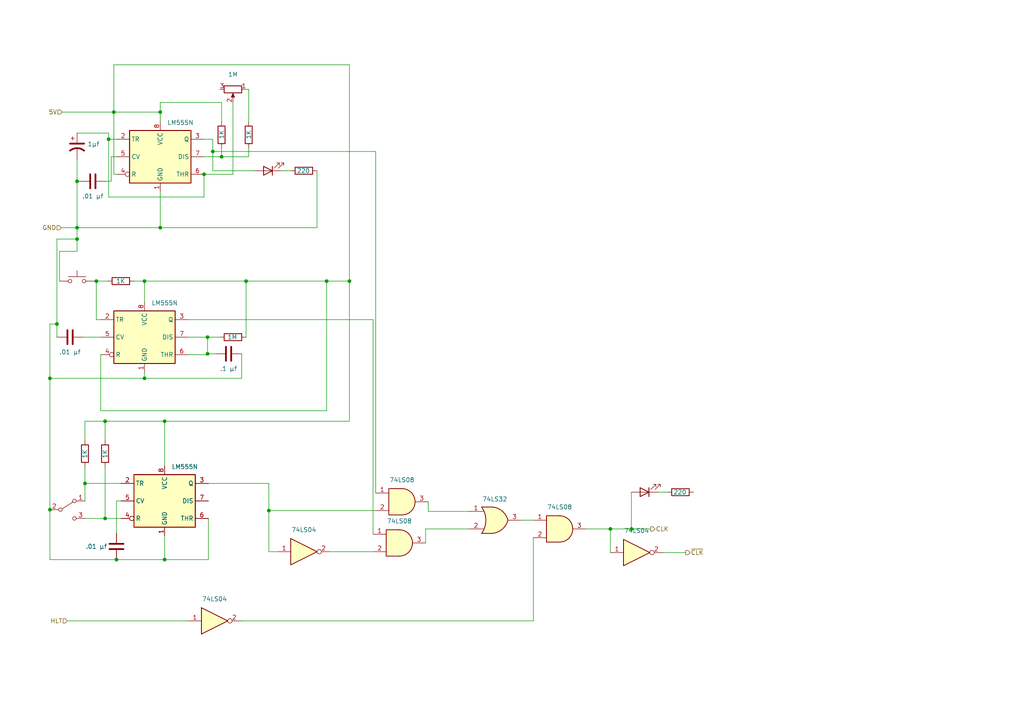
<source format=kicad_sch>
(kicad_sch (version 20211123) (generator eeschema)
  (paper "A4")
  (lib_symbols
    (symbol "74xx:74LS04"
      (property "Reference" "U" (at 0 1.27 0))
      (property "Value" "74LS04" (at 0 -1.27 0))
      (symbol "74LS04_1_0"
        (polyline (pts (xy -3.81 3.81) (xy -3.81 -3.81) (xy 3.81 0) (xy -3.81 3.81)) (stroke (width 0.254)) (fill (type background)))
        (pin input line (at -7.62 0 0) (length 3.81) (name "~") (number "1"))
        (pin output inverted (at 7.62 0 180) (length 3.81) (name "~") (number "2"))
      )
      (symbol "74LS04_2_0"
        (polyline (pts (xy -3.81 3.81) (xy -3.81 -3.81) (xy 3.81 0) (xy -3.81 3.81)) (stroke (width 0.254)) (fill (type background)))
        (pin input line (at -7.62 0 0) (length 3.81) (name "~") (number "3"))
        (pin output inverted (at 7.62 0 180) (length 3.81) (name "~") (number "4"))
      )
      (symbol "74LS04_3_0"
        (polyline (pts (xy -3.81 3.81) (xy -3.81 -3.81) (xy 3.81 0) (xy -3.81 3.81)) (stroke (width 0.254)) (fill (type background)))
        (pin input line (at -7.62 0 0) (length 3.81) (name "~") (number "5"))
        (pin output inverted (at 7.62 0 180) (length 3.81) (name "~") (number "6"))
      )
      (symbol "74LS04_4_0"
        (polyline (pts (xy -3.81 3.81) (xy -3.81 -3.81) (xy 3.81 0) (xy -3.81 3.81)) (stroke (width 0.254)) (fill (type background)))
        (pin output inverted (at 7.62 0 180) (length 3.81) (name "~") (number "8"))
        (pin input line (at -7.62 0 0) (length 3.81) (name "~") (number "9"))
      )
      (symbol "74LS04_5_0"
        (polyline (pts (xy -3.81 3.81) (xy -3.81 -3.81) (xy 3.81 0) (xy -3.81 3.81)) (stroke (width 0.254)) (fill (type background)))
        (pin output inverted (at 7.62 0 180) (length 3.81) (name "~") (number "10"))
        (pin input line (at -7.62 0 0) (length 3.81) (name "~") (number "11"))
      )
      (symbol "74LS04_6_0"
        (polyline (pts (xy -3.81 3.81) (xy -3.81 -3.81) (xy 3.81 0) (xy -3.81 3.81)) (stroke (width 0.254)) (fill (type background)))
        (pin output inverted (at 7.62 0 180) (length 3.81) (name "~") (number "12"))
        (pin input line (at -7.62 0 0) (length 3.81) (name "~") (number "13"))
      )
      (symbol "74LS04_7_0"
        (pin power_in line (at 0 12.7 270) (length 5.08) (name "VCC") (number "14"))
        (pin power_in line (at 0 -12.7 90) (length 5.08) (name "GND") (number "7"))
      )
      (symbol "74LS04_7_1"
        (rectangle (start -5.08 7.62) (end 5.08 -7.62) (stroke (width 0.254)) (fill (type background)))
      )
    )
    (symbol "74xx:74LS08" (pin_names (offset 1.016))
      (property "Reference" "U" (at 0 1.27 0))
      (property "Value" "74LS08" (at 0 -1.27 0))
      (symbol "74LS08_1_1"
        (arc (start 0 -3.81) (mid 3.81 0) (end 0 3.81) (stroke (width 0.254)) (fill (type background)))
        (polyline (pts (xy 0 3.81) (xy -3.81 3.81) (xy -3.81 -3.81) (xy 0 -3.81)) (stroke (width 0.254)) (fill (type background)))
        (pin input line (at -7.62 2.54 0) (length 3.81) (name "~") (number "1"))
        (pin input line (at -7.62 -2.54 0) (length 3.81) (name "~") (number "2"))
        (pin output line (at 7.62 0 180) (length 3.81) (name "~") (number "3"))
      )
      (symbol "74LS08_1_2"
        (arc (start -3.81 -3.81) (mid -2.589 0) (end -3.81 3.81) (stroke (width 0.254)))
        (arc (start -0.6096 -3.81) (mid 2.1855 -2.584) (end 3.81 0) (stroke (width 0.254)) (fill (type background)))
        (polyline (pts (xy -3.81 -3.81) (xy -0.635 -3.81)) (stroke (width 0.254)) (fill (type background)))
        (polyline (pts (xy -3.81 3.81) (xy -0.635 3.81)) (stroke (width 0.254)) (fill (type background)))
        (polyline (pts (xy -0.635 3.81) (xy -3.81 3.81) (xy -3.81 3.81) (xy -3.556 3.4036) (xy -3.0226 2.2606) (xy -2.6924 1.0414) (xy -2.6162 -0.254) (xy -2.7686 -1.4986) (xy -3.175 -2.7178) (xy -3.81 -3.81) (xy -3.81 -3.81) (xy -0.635 -3.81)) (stroke (width -25.4)) (fill (type background)))
        (arc (start 3.81 0) (mid 2.1928 2.5925) (end -0.6096 3.81) (stroke (width 0.254)) (fill (type background)))
        (pin input inverted (at -7.62 2.54 0) (length 4.318) (name "~") (number "1"))
        (pin input inverted (at -7.62 -2.54 0) (length 4.318) (name "~") (number "2"))
        (pin output inverted (at 7.62 0 180) (length 3.81) (name "~") (number "3"))
      )
      (symbol "74LS08_2_1"
        (arc (start 0 -3.81) (mid 3.81 0) (end 0 3.81) (stroke (width 0.254)) (fill (type background)))
        (polyline (pts (xy 0 3.81) (xy -3.81 3.81) (xy -3.81 -3.81) (xy 0 -3.81)) (stroke (width 0.254)) (fill (type background)))
        (pin input line (at -7.62 2.54 0) (length 3.81) (name "~") (number "4"))
        (pin input line (at -7.62 -2.54 0) (length 3.81) (name "~") (number "5"))
        (pin output line (at 7.62 0 180) (length 3.81) (name "~") (number "6"))
      )
      (symbol "74LS08_2_2"
        (arc (start -3.81 -3.81) (mid -2.589 0) (end -3.81 3.81) (stroke (width 0.254)))
        (arc (start -0.6096 -3.81) (mid 2.1855 -2.584) (end 3.81 0) (stroke (width 0.254)) (fill (type background)))
        (polyline (pts (xy -3.81 -3.81) (xy -0.635 -3.81)) (stroke (width 0.254)) (fill (type background)))
        (polyline (pts (xy -3.81 3.81) (xy -0.635 3.81)) (stroke (width 0.254)) (fill (type background)))
        (polyline (pts (xy -0.635 3.81) (xy -3.81 3.81) (xy -3.81 3.81) (xy -3.556 3.4036) (xy -3.0226 2.2606) (xy -2.6924 1.0414) (xy -2.6162 -0.254) (xy -2.7686 -1.4986) (xy -3.175 -2.7178) (xy -3.81 -3.81) (xy -3.81 -3.81) (xy -0.635 -3.81)) (stroke (width -25.4)) (fill (type background)))
        (arc (start 3.81 0) (mid 2.1928 2.5925) (end -0.6096 3.81) (stroke (width 0.254)) (fill (type background)))
        (pin input inverted (at -7.62 2.54 0) (length 4.318) (name "~") (number "4"))
        (pin input inverted (at -7.62 -2.54 0) (length 4.318) (name "~") (number "5"))
        (pin output inverted (at 7.62 0 180) (length 3.81) (name "~") (number "6"))
      )
      (symbol "74LS08_3_1"
        (arc (start 0 -3.81) (mid 3.81 0) (end 0 3.81) (stroke (width 0.254)) (fill (type background)))
        (polyline (pts (xy 0 3.81) (xy -3.81 3.81) (xy -3.81 -3.81) (xy 0 -3.81)) (stroke (width 0.254)) (fill (type background)))
        (pin input line (at -7.62 -2.54 0) (length 3.81) (name "~") (number "10"))
        (pin output line (at 7.62 0 180) (length 3.81) (name "~") (number "8"))
        (pin input line (at -7.62 2.54 0) (length 3.81) (name "~") (number "9"))
      )
      (symbol "74LS08_3_2"
        (arc (start -3.81 -3.81) (mid -2.589 0) (end -3.81 3.81) (stroke (width 0.254)))
        (arc (start -0.6096 -3.81) (mid 2.1855 -2.584) (end 3.81 0) (stroke (width 0.254)) (fill (type background)))
        (polyline (pts (xy -3.81 -3.81) (xy -0.635 -3.81)) (stroke (width 0.254)) (fill (type background)))
        (polyline (pts (xy -3.81 3.81) (xy -0.635 3.81)) (stroke (width 0.254)) (fill (type background)))
        (polyline (pts (xy -0.635 3.81) (xy -3.81 3.81) (xy -3.81 3.81) (xy -3.556 3.4036) (xy -3.0226 2.2606) (xy -2.6924 1.0414) (xy -2.6162 -0.254) (xy -2.7686 -1.4986) (xy -3.175 -2.7178) (xy -3.81 -3.81) (xy -3.81 -3.81) (xy -0.635 -3.81)) (stroke (width -25.4)) (fill (type background)))
        (arc (start 3.81 0) (mid 2.1928 2.5925) (end -0.6096 3.81) (stroke (width 0.254)) (fill (type background)))
        (pin input inverted (at -7.62 -2.54 0) (length 4.318) (name "~") (number "10"))
        (pin output inverted (at 7.62 0 180) (length 3.81) (name "~") (number "8"))
        (pin input inverted (at -7.62 2.54 0) (length 4.318) (name "~") (number "9"))
      )
      (symbol "74LS08_4_1"
        (arc (start 0 -3.81) (mid 3.81 0) (end 0 3.81) (stroke (width 0.254)) (fill (type background)))
        (polyline (pts (xy 0 3.81) (xy -3.81 3.81) (xy -3.81 -3.81) (xy 0 -3.81)) (stroke (width 0.254)) (fill (type background)))
        (pin output line (at 7.62 0 180) (length 3.81) (name "~") (number "11"))
        (pin input line (at -7.62 2.54 0) (length 3.81) (name "~") (number "12"))
        (pin input line (at -7.62 -2.54 0) (length 3.81) (name "~") (number "13"))
      )
      (symbol "74LS08_4_2"
        (arc (start -3.81 -3.81) (mid -2.589 0) (end -3.81 3.81) (stroke (width 0.254)))
        (arc (start -0.6096 -3.81) (mid 2.1855 -2.584) (end 3.81 0) (stroke (width 0.254)) (fill (type background)))
        (polyline (pts (xy -3.81 -3.81) (xy -0.635 -3.81)) (stroke (width 0.254)) (fill (type background)))
        (polyline (pts (xy -3.81 3.81) (xy -0.635 3.81)) (stroke (width 0.254)) (fill (type background)))
        (polyline (pts (xy -0.635 3.81) (xy -3.81 3.81) (xy -3.81 3.81) (xy -3.556 3.4036) (xy -3.0226 2.2606) (xy -2.6924 1.0414) (xy -2.6162 -0.254) (xy -2.7686 -1.4986) (xy -3.175 -2.7178) (xy -3.81 -3.81) (xy -3.81 -3.81) (xy -0.635 -3.81)) (stroke (width -25.4)) (fill (type background)))
        (arc (start 3.81 0) (mid 2.1928 2.5925) (end -0.6096 3.81) (stroke (width 0.254)) (fill (type background)))
        (pin output inverted (at 7.62 0 180) (length 3.81) (name "~") (number "11"))
        (pin input inverted (at -7.62 2.54 0) (length 4.318) (name "~") (number "12"))
        (pin input inverted (at -7.62 -2.54 0) (length 4.318) (name "~") (number "13"))
      )
      (symbol "74LS08_5_0"
        (pin power_in line (at 0 12.7 270) (length 5.08) (name "VCC") (number "14"))
        (pin power_in line (at 0 -12.7 90) (length 5.08) (name "GND") (number "7"))
      )
      (symbol "74LS08_5_1"
        (rectangle (start -5.08 7.62) (end 5.08 -7.62) (stroke (width 0.254)) (fill (type background)))
      )
    )
    (symbol "74xx:74LS32" (pin_names (offset 1.016))
      (property "Reference" "U" (at 0 1.27 0))
      (property "Value" "74LS32" (at 0 -1.27 0))
      (symbol "74LS32_1_1"
        (arc (start -3.81 -3.81) (mid -2.589 0) (end -3.81 3.81) (stroke (width 0.254)))
        (arc (start -0.6096 -3.81) (mid 2.1855 -2.584) (end 3.81 0) (stroke (width 0.254)) (fill (type background)))
        (polyline (pts (xy -3.81 -3.81) (xy -0.635 -3.81)) (stroke (width 0.254)) (fill (type background)))
        (polyline (pts (xy -3.81 3.81) (xy -0.635 3.81)) (stroke (width 0.254)) (fill (type background)))
        (polyline (pts (xy -0.635 3.81) (xy -3.81 3.81) (xy -3.81 3.81) (xy -3.556 3.4036) (xy -3.0226 2.2606) (xy -2.6924 1.0414) (xy -2.6162 -0.254) (xy -2.7686 -1.4986) (xy -3.175 -2.7178) (xy -3.81 -3.81) (xy -3.81 -3.81) (xy -0.635 -3.81)) (stroke (width -25.4)) (fill (type background)))
        (arc (start 3.81 0) (mid 2.1928 2.5925) (end -0.6096 3.81) (stroke (width 0.254)) (fill (type background)))
        (pin input line (at -7.62 2.54 0) (length 4.318) (name "~") (number "1"))
        (pin input line (at -7.62 -2.54 0) (length 4.318) (name "~") (number "2"))
        (pin output line (at 7.62 0 180) (length 3.81) (name "~") (number "3"))
      )
      (symbol "74LS32_1_2"
        (arc (start 0 -3.81) (mid 3.81 0) (end 0 3.81) (stroke (width 0.254)) (fill (type background)))
        (polyline (pts (xy 0 3.81) (xy -3.81 3.81) (xy -3.81 -3.81) (xy 0 -3.81)) (stroke (width 0.254)) (fill (type background)))
        (pin input inverted (at -7.62 2.54 0) (length 3.81) (name "~") (number "1"))
        (pin input inverted (at -7.62 -2.54 0) (length 3.81) (name "~") (number "2"))
        (pin output inverted (at 7.62 0 180) (length 3.81) (name "~") (number "3"))
      )
      (symbol "74LS32_2_1"
        (arc (start -3.81 -3.81) (mid -2.589 0) (end -3.81 3.81) (stroke (width 0.254)))
        (arc (start -0.6096 -3.81) (mid 2.1855 -2.584) (end 3.81 0) (stroke (width 0.254)) (fill (type background)))
        (polyline (pts (xy -3.81 -3.81) (xy -0.635 -3.81)) (stroke (width 0.254)) (fill (type background)))
        (polyline (pts (xy -3.81 3.81) (xy -0.635 3.81)) (stroke (width 0.254)) (fill (type background)))
        (polyline (pts (xy -0.635 3.81) (xy -3.81 3.81) (xy -3.81 3.81) (xy -3.556 3.4036) (xy -3.0226 2.2606) (xy -2.6924 1.0414) (xy -2.6162 -0.254) (xy -2.7686 -1.4986) (xy -3.175 -2.7178) (xy -3.81 -3.81) (xy -3.81 -3.81) (xy -0.635 -3.81)) (stroke (width -25.4)) (fill (type background)))
        (arc (start 3.81 0) (mid 2.1928 2.5925) (end -0.6096 3.81) (stroke (width 0.254)) (fill (type background)))
        (pin input line (at -7.62 2.54 0) (length 4.318) (name "~") (number "4"))
        (pin input line (at -7.62 -2.54 0) (length 4.318) (name "~") (number "5"))
        (pin output line (at 7.62 0 180) (length 3.81) (name "~") (number "6"))
      )
      (symbol "74LS32_2_2"
        (arc (start 0 -3.81) (mid 3.81 0) (end 0 3.81) (stroke (width 0.254)) (fill (type background)))
        (polyline (pts (xy 0 3.81) (xy -3.81 3.81) (xy -3.81 -3.81) (xy 0 -3.81)) (stroke (width 0.254)) (fill (type background)))
        (pin input inverted (at -7.62 2.54 0) (length 3.81) (name "~") (number "4"))
        (pin input inverted (at -7.62 -2.54 0) (length 3.81) (name "~") (number "5"))
        (pin output inverted (at 7.62 0 180) (length 3.81) (name "~") (number "6"))
      )
      (symbol "74LS32_3_1"
        (arc (start -3.81 -3.81) (mid -2.589 0) (end -3.81 3.81) (stroke (width 0.254)))
        (arc (start -0.6096 -3.81) (mid 2.1855 -2.584) (end 3.81 0) (stroke (width 0.254)) (fill (type background)))
        (polyline (pts (xy -3.81 -3.81) (xy -0.635 -3.81)) (stroke (width 0.254)) (fill (type background)))
        (polyline (pts (xy -3.81 3.81) (xy -0.635 3.81)) (stroke (width 0.254)) (fill (type background)))
        (polyline (pts (xy -0.635 3.81) (xy -3.81 3.81) (xy -3.81 3.81) (xy -3.556 3.4036) (xy -3.0226 2.2606) (xy -2.6924 1.0414) (xy -2.6162 -0.254) (xy -2.7686 -1.4986) (xy -3.175 -2.7178) (xy -3.81 -3.81) (xy -3.81 -3.81) (xy -0.635 -3.81)) (stroke (width -25.4)) (fill (type background)))
        (arc (start 3.81 0) (mid 2.1928 2.5925) (end -0.6096 3.81) (stroke (width 0.254)) (fill (type background)))
        (pin input line (at -7.62 -2.54 0) (length 4.318) (name "~") (number "10"))
        (pin output line (at 7.62 0 180) (length 3.81) (name "~") (number "8"))
        (pin input line (at -7.62 2.54 0) (length 4.318) (name "~") (number "9"))
      )
      (symbol "74LS32_3_2"
        (arc (start 0 -3.81) (mid 3.81 0) (end 0 3.81) (stroke (width 0.254)) (fill (type background)))
        (polyline (pts (xy 0 3.81) (xy -3.81 3.81) (xy -3.81 -3.81) (xy 0 -3.81)) (stroke (width 0.254)) (fill (type background)))
        (pin input inverted (at -7.62 -2.54 0) (length 3.81) (name "~") (number "10"))
        (pin output inverted (at 7.62 0 180) (length 3.81) (name "~") (number "8"))
        (pin input inverted (at -7.62 2.54 0) (length 3.81) (name "~") (number "9"))
      )
      (symbol "74LS32_4_1"
        (arc (start -3.81 -3.81) (mid -2.589 0) (end -3.81 3.81) (stroke (width 0.254)))
        (arc (start -0.6096 -3.81) (mid 2.1855 -2.584) (end 3.81 0) (stroke (width 0.254)) (fill (type background)))
        (polyline (pts (xy -3.81 -3.81) (xy -0.635 -3.81)) (stroke (width 0.254)) (fill (type background)))
        (polyline (pts (xy -3.81 3.81) (xy -0.635 3.81)) (stroke (width 0.254)) (fill (type background)))
        (polyline (pts (xy -0.635 3.81) (xy -3.81 3.81) (xy -3.81 3.81) (xy -3.556 3.4036) (xy -3.0226 2.2606) (xy -2.6924 1.0414) (xy -2.6162 -0.254) (xy -2.7686 -1.4986) (xy -3.175 -2.7178) (xy -3.81 -3.81) (xy -3.81 -3.81) (xy -0.635 -3.81)) (stroke (width -25.4)) (fill (type background)))
        (arc (start 3.81 0) (mid 2.1928 2.5925) (end -0.6096 3.81) (stroke (width 0.254)) (fill (type background)))
        (pin output line (at 7.62 0 180) (length 3.81) (name "~") (number "11"))
        (pin input line (at -7.62 2.54 0) (length 4.318) (name "~") (number "12"))
        (pin input line (at -7.62 -2.54 0) (length 4.318) (name "~") (number "13"))
      )
      (symbol "74LS32_4_2"
        (arc (start 0 -3.81) (mid 3.81 0) (end 0 3.81) (stroke (width 0.254)) (fill (type background)))
        (polyline (pts (xy 0 3.81) (xy -3.81 3.81) (xy -3.81 -3.81) (xy 0 -3.81)) (stroke (width 0.254)) (fill (type background)))
        (pin output inverted (at 7.62 0 180) (length 3.81) (name "~") (number "11"))
        (pin input inverted (at -7.62 2.54 0) (length 3.81) (name "~") (number "12"))
        (pin input inverted (at -7.62 -2.54 0) (length 3.81) (name "~") (number "13"))
      )
      (symbol "74LS32_5_0"
        (pin power_in line (at 0 12.7 270) (length 5.08) (name "VCC") (number "14"))
        (pin power_in line (at 0 -12.7 90) (length 5.08) (name "GND") (number "7"))
      )
      (symbol "74LS32_5_1"
        (rectangle (start -5.08 7.62) (end 5.08 -7.62) (stroke (width 0.254)) (fill (type background)))
      )
    )
    (symbol "Device:C" (pin_numbers hide) (pin_names (offset 0.254))
      (property "Reference" "C" (at 0.635 2.54 0))
      (property "Value" "C" (at 0.635 -2.54 0))
      (symbol "C_0_1"
        (polyline (pts (xy -2.032 -0.762) (xy 2.032 -0.762)) (stroke (width 0.508)))
        (polyline (pts (xy -2.032 0.762) (xy 2.032 0.762)) (stroke (width 0.508)))
      )
      (symbol "C_1_1"
        (pin passive line (at 0 3.81 270) (length 2.794) (name "~") (number "1"))
        (pin passive line (at 0 -3.81 90) (length 2.794) (name "~") (number "2"))
      )
    )
    (symbol "Device:C_Polarized_US" (pin_numbers hide) (pin_names (offset 0.254) hide)
      (property "Reference" "C" (at 0.635 2.54 0))
      (property "Value" "C_Polarized_US" (at 0.635 -2.54 0))
      (symbol "C_Polarized_US_0_1"
        (polyline (pts (xy -2.032 0.762) (xy 2.032 0.762)) (stroke (width 0.508)))
        (polyline (pts (xy -1.778 2.286) (xy -0.762 2.286)))
        (polyline (pts (xy -1.27 1.778) (xy -1.27 2.794)))
        (arc (start 2.032 -1.27) (mid 0 -0.5572) (end -2.032 -1.27) (stroke (width 0.508)))
      )
      (symbol "C_Polarized_US_1_1"
        (pin passive line (at 0 3.81 270) (length 2.794) (name "~") (number "1"))
        (pin passive line (at 0 -3.81 90) (length 3.302) (name "~") (number "2"))
      )
    )
    (symbol "Device:LED" (pin_numbers hide) (pin_names (offset 1.016) hide)
      (property "Reference" "D" (at 0 2.54 0))
      (property "Value" "LED" (at 0 -2.54 0))
      (symbol "LED_0_1"
        (polyline (pts (xy -1.27 -1.27) (xy -1.27 1.27)) (stroke (width 0.254)))
        (polyline (pts (xy -1.27 0) (xy 1.27 0)))
        (polyline (pts (xy 1.27 -1.27) (xy 1.27 1.27) (xy -1.27 0) (xy 1.27 -1.27)) (stroke (width 0.254)))
        (polyline (pts (xy -3.048 -0.762) (xy -4.572 -2.286) (xy -3.81 -2.286) (xy -4.572 -2.286) (xy -4.572 -1.524)))
        (polyline (pts (xy -1.778 -0.762) (xy -3.302 -2.286) (xy -2.54 -2.286) (xy -3.302 -2.286) (xy -3.302 -1.524)))
      )
      (symbol "LED_1_1"
        (pin passive line (at -3.81 0 0) (length 2.54) (name "K") (number "1"))
        (pin passive line (at 3.81 0 180) (length 2.54) (name "A") (number "2"))
      )
    )
    (symbol "Device:R" (pin_numbers hide) (pin_names (offset 0))
      (property "Reference" "R" (at 2.032 0 90))
      (property "Value" "R" (at 0 0 90))
      (symbol "R_0_1"
        (rectangle (start -1.016 -2.54) (end 1.016 2.54) (stroke (width 0.254)))
      )
      (symbol "R_1_1"
        (pin passive line (at 0 3.81 270) (length 1.27) (name "~") (number "1"))
        (pin passive line (at 0 -3.81 90) (length 1.27) (name "~") (number "2"))
      )
    )
    (symbol "Device:R_Potentiometer" (pin_names (offset 1.016) hide)
      (property "Reference" "RV" (at -4.445 0 90))
      (property "Value" "R_Potentiometer" (at -2.54 0 90))
      (symbol "R_Potentiometer_0_1"
        (polyline (pts (xy 2.54 0) (xy 1.524 0)))
        (polyline (pts (xy 1.143 0) (xy 2.286 0.508) (xy 2.286 -0.508) (xy 1.143 0)) (fill (type outline)))
        (rectangle (start 1.016 2.54) (end -1.016 -2.54) (stroke (width 0.254)))
      )
      (symbol "R_Potentiometer_1_1"
        (pin passive line (at 0 3.81 270) (length 1.27) (name "1") (number "1"))
        (pin passive line (at 3.81 0 180) (length 1.27) (name "2") (number "2"))
        (pin passive line (at 0 -3.81 90) (length 1.27) (name "3") (number "3"))
      )
    )
    (symbol "Switch:SW_DPDT_x2" (pin_names (offset 0) hide)
      (property "Reference" "SW" (at 0 4.318 0))
      (property "Value" "SW_DPDT_x2" (at 0 -5.08 0))
      (symbol "SW_DPDT_x2_0_0"
        (circle (center -2.032 0) (radius 0.508))
        (circle (center 2.032 -2.54) (radius 0.508))
      )
      (symbol "SW_DPDT_x2_0_1"
        (polyline (pts (xy -1.524 0.254) (xy 1.651 2.286)))
        (circle (center 2.032 2.54) (radius 0.508))
      )
      (symbol "SW_DPDT_x2_1_1"
        (pin passive line (at 5.08 2.54 180) (length 2.54) (name "A") (number "1"))
        (pin passive line (at -5.08 0 0) (length 2.54) (name "B") (number "2"))
        (pin passive line (at 5.08 -2.54 180) (length 2.54) (name "C") (number "3"))
      )
      (symbol "SW_DPDT_x2_2_1"
        (pin passive line (at 5.08 2.54 180) (length 2.54) (name "A") (number "4"))
        (pin passive line (at -5.08 0 0) (length 2.54) (name "B") (number "5"))
        (pin passive line (at 5.08 -2.54 180) (length 2.54) (name "C") (number "6"))
      )
    )
    (symbol "Switch:SW_Push" (pin_numbers hide) (pin_names (offset 1.016) hide)
      (property "Reference" "SW" (at 1.27 2.54 0))
      (property "Value" "SW_Push" (at 0 -1.524 0))
      (symbol "SW_Push_0_1"
        (circle (center -2.032 0) (radius 0.508))
        (polyline (pts (xy 0 1.27) (xy 0 3.048)))
        (polyline (pts (xy 2.54 1.27) (xy -2.54 1.27)))
        (circle (center 2.032 0) (radius 0.508))
        (pin passive line (at -5.08 0 0) (length 2.54) (name "1") (number "1"))
        (pin passive line (at 5.08 0 180) (length 2.54) (name "2") (number "2"))
      )
    )
    (symbol "Timer:LM555xN"
      (property "Reference" "U" (at -10.16 8.89 0))
      (property "Value" "LM555xN" (at 2.54 8.89 0))
      (symbol "LM555xN_0_0"
        (pin power_in line (at 0 -10.16 90) (length 2.54) (name "GND") (number "1"))
        (pin power_in line (at 0 10.16 270) (length 2.54) (name "VCC") (number "8"))
      )
      (symbol "LM555xN_0_1"
        (rectangle (start -8.89 -7.62) (end 8.89 7.62) (stroke (width 0.254)) (fill (type background)))
        (rectangle (start -8.89 -7.62) (end 8.89 7.62) (stroke (width 0.254)) (fill (type background)))
      )
      (symbol "LM555xN_1_1"
        (pin input line (at -12.7 5.08 0) (length 3.81) (name "TR") (number "2"))
        (pin output line (at 12.7 5.08 180) (length 3.81) (name "Q") (number "3"))
        (pin input inverted (at -12.7 -5.08 0) (length 3.81) (name "R") (number "4"))
        (pin input line (at -12.7 0 0) (length 3.81) (name "CV") (number "5"))
        (pin input line (at 12.7 -5.08 180) (length 3.81) (name "THR") (number "6"))
        (pin input line (at 12.7 0 180) (length 3.81) (name "DIS") (number "7"))
      )
    )
  )
  (junction (at 41.91 81.534))
  (junction (at 16.51 93.98))
  (junction (at 47.752 122.174))
  (junction (at 41.91 109.728))
  (junction (at 60.198 97.79))
  (junction (at 46.482 32.512))
  (junction (at 22.352 69.342))
  (junction (at 33.782 162.306))
  (junction (at 27.94 81.534))
  (junction (at 177.038 153.416))
  (junction (at 77.978 148.082))
  (junction (at 24.638 140.208))
  (junction (at 47.752 162.306))
  (junction (at 31.496 40.386))
  (junction (at 94.742 81.534))
  (junction (at 14.478 109.728))
  (junction (at 33.02 32.512))
  (junction (at 46.482 66.04))
  (junction (at 71.374 81.534))
  (junction (at 22.352 52.578))
  (junction (at 30.48 122.174))
  (junction (at 30.48 150.368))
  (junction (at 183.134 153.416))
  (junction (at 61.722 43.942))
  (junction (at 22.352 66.04))
  (junction (at 64.262 45.466))
  (junction (at 59.182 50.546))
  (junction (at 60.198 102.616))
  (junction (at 101.346 81.534))
  (junction (at 14.478 147.828))
  (wire (pts (xy 33.02 18.796) (xy 33.02 32.512)))
  (wire (pts (xy 94.742 119.126) (xy 94.742 81.534)))
  (wire (pts (xy 14.478 109.728) (xy 14.478 147.828)))
  (wire (pts (xy 18.034 32.512) (xy 33.02 32.512)))
  (wire (pts (xy 14.478 93.98) (xy 16.51 93.98)))
  (wire (pts (xy 17.78 66.04) (xy 22.352 66.04)))
  (wire (pts (xy 183.134 142.748) (xy 183.134 153.416)))
  (wire (pts (xy 183.134 153.416) (xy 188.722 153.416)))
  (wire (pts (xy 33.02 32.512) (xy 46.482 32.512)))
  (wire (pts (xy 71.374 81.534) (xy 71.374 97.79)))
  (wire (pts (xy 33.782 162.306) (xy 14.478 162.306)))
  (wire (pts (xy 64.262 45.466) (xy 59.182 45.466)))
  (wire (pts (xy 135.89 148.336) (xy 124.206 148.336)))
  (wire (pts (xy 27.94 81.534) (xy 31.242 81.534)))
  (wire (pts (xy 71.374 81.534) (xy 94.742 81.534)))
  (wire (pts (xy 59.182 40.386) (xy 61.722 40.386)))
  (wire (pts (xy 22.352 66.04) (xy 46.482 66.04)))
  (wire (pts (xy 22.352 46.228) (xy 22.352 52.578)))
  (wire (pts (xy 192.278 160.274) (xy 198.882 160.274)))
  (wire (pts (xy 77.978 148.082) (xy 108.966 148.082)))
  (wire (pts (xy 60.452 162.306) (xy 47.752 162.306)))
  (wire (pts (xy 41.91 109.728) (xy 14.478 109.728)))
  (wire (pts (xy 14.478 147.828) (xy 14.478 162.306)))
  (wire (pts (xy 60.198 97.79) (xy 63.754 97.79)))
  (wire (pts (xy 71.374 25.908) (xy 72.136 25.908)))
  (wire (pts (xy 190.754 142.748) (xy 193.548 142.748)))
  (wire (pts (xy 33.782 154.686) (xy 33.782 145.288)))
  (wire (pts (xy 64.262 42.926) (xy 64.262 45.466)))
  (wire (pts (xy 46.482 29.718) (xy 46.482 32.512)))
  (wire (pts (xy 108.966 43.942) (xy 61.722 43.942)))
  (wire (pts (xy 30.734 52.578) (xy 32.258 52.578)))
  (wire (pts (xy 32.258 45.466) (xy 33.782 45.466)))
  (wire (pts (xy 169.926 153.416) (xy 177.038 153.416)))
  (wire (pts (xy 33.782 50.546) (xy 33.02 50.546)))
  (wire (pts (xy 41.91 107.95) (xy 41.91 109.728)))
  (wire (pts (xy 61.722 40.386) (xy 61.722 43.942)))
  (wire (pts (xy 154.686 180.086) (xy 154.686 155.956)))
  (wire (pts (xy 151.13 150.876) (xy 154.686 150.876)))
  (wire (pts (xy 60.452 140.208) (xy 77.978 140.208)))
  (wire (pts (xy 77.978 160.02) (xy 80.518 160.02)))
  (wire (pts (xy 177.038 153.416) (xy 177.038 160.274)))
  (wire (pts (xy 27.432 81.534) (xy 27.94 81.534)))
  (wire (pts (xy 64.262 35.306) (xy 64.262 29.718)))
  (wire (pts (xy 31.496 38.608) (xy 31.496 40.386)))
  (wire (pts (xy 19.812 180.086) (xy 54.61 180.086)))
  (wire (pts (xy 33.782 145.288) (xy 35.052 145.288)))
  (wire (pts (xy 16.51 69.342) (xy 22.352 69.342)))
  (wire (pts (xy 47.752 155.448) (xy 47.752 162.306)))
  (wire (pts (xy 24.638 140.208) (xy 35.052 140.208)))
  (wire (pts (xy 47.752 162.306) (xy 33.782 162.306)))
  (wire (pts (xy 24.13 97.79) (xy 29.21 97.79)))
  (wire (pts (xy 32.258 52.578) (xy 32.258 45.466)))
  (wire (pts (xy 17.272 72.898) (xy 17.272 81.534)))
  (wire (pts (xy 95.758 160.02) (xy 108.204 160.02)))
  (wire (pts (xy 24.638 122.174) (xy 30.48 122.174)))
  (wire (pts (xy 46.482 32.512) (xy 46.482 35.306)))
  (wire (pts (xy 123.444 153.416) (xy 135.89 153.416)))
  (wire (pts (xy 72.136 42.926) (xy 72.136 45.466)))
  (wire (pts (xy 41.91 81.534) (xy 71.374 81.534)))
  (wire (pts (xy 61.722 49.53) (xy 73.914 49.53)))
  (wire (pts (xy 30.48 122.174) (xy 47.752 122.174)))
  (wire (pts (xy 22.352 52.578) (xy 23.114 52.578)))
  (wire (pts (xy 101.346 81.534) (xy 101.346 18.796)))
  (wire (pts (xy 59.182 57.15) (xy 59.182 50.546)))
  (wire (pts (xy 60.452 150.368) (xy 60.452 162.306)))
  (wire (pts (xy 108.204 154.94) (xy 108.204 92.71)))
  (wire (pts (xy 29.21 102.87) (xy 29.21 119.126)))
  (wire (pts (xy 91.948 66.04) (xy 46.482 66.04)))
  (wire (pts (xy 30.48 122.174) (xy 30.48 127.762)))
  (wire (pts (xy 22.352 38.608) (xy 31.496 38.608)))
  (wire (pts (xy 61.722 43.942) (xy 61.722 49.53)))
  (wire (pts (xy 54.61 97.79) (xy 60.198 97.79)))
  (wire (pts (xy 29.21 92.71) (xy 27.94 92.71)))
  (wire (pts (xy 33.782 40.386) (xy 31.496 40.386)))
  (wire (pts (xy 77.978 140.208) (xy 77.978 148.082)))
  (wire (pts (xy 47.752 122.174) (xy 101.346 122.174)))
  (wire (pts (xy 46.482 66.04) (xy 46.482 55.626)))
  (wire (pts (xy 24.638 140.208) (xy 24.638 145.288)))
  (wire (pts (xy 60.198 102.87) (xy 54.61 102.87)))
  (wire (pts (xy 30.48 150.368) (xy 35.052 150.368)))
  (wire (pts (xy 54.61 92.71) (xy 108.204 92.71)))
  (wire (pts (xy 22.352 69.342) (xy 22.352 66.04)))
  (wire (pts (xy 64.262 29.718) (xy 46.482 29.718)))
  (wire (pts (xy 94.742 81.534) (xy 101.346 81.534)))
  (wire (pts (xy 30.48 135.382) (xy 30.48 150.368)))
  (wire (pts (xy 67.564 29.718) (xy 67.564 50.546)))
  (wire (pts (xy 31.496 40.386) (xy 31.496 57.15)))
  (wire (pts (xy 70.104 109.728) (xy 41.91 109.728)))
  (wire (pts (xy 41.91 81.534) (xy 41.91 87.63)))
  (wire (pts (xy 123.444 157.48) (xy 123.444 153.416)))
  (wire (pts (xy 38.862 81.534) (xy 41.91 81.534)))
  (wire (pts (xy 101.346 18.796) (xy 33.02 18.796)))
  (wire (pts (xy 81.534 49.53) (xy 84.328 49.53)))
  (wire (pts (xy 24.638 150.368) (xy 30.48 150.368)))
  (wire (pts (xy 24.638 135.382) (xy 24.638 140.208)))
  (wire (pts (xy 69.85 180.086) (xy 154.686 180.086)))
  (wire (pts (xy 62.484 102.616) (xy 60.198 102.616)))
  (wire (pts (xy 17.272 72.898) (xy 22.352 72.898)))
  (wire (pts (xy 67.564 50.546) (xy 59.182 50.546)))
  (wire (pts (xy 27.94 92.71) (xy 27.94 81.534)))
  (wire (pts (xy 16.51 93.98) (xy 16.51 69.342)))
  (wire (pts (xy 72.136 45.466) (xy 64.262 45.466)))
  (wire (pts (xy 29.21 119.126) (xy 94.742 119.126)))
  (wire (pts (xy 14.478 93.98) (xy 14.478 109.728)))
  (wire (pts (xy 101.346 122.174) (xy 101.346 81.534)))
  (wire (pts (xy 70.104 102.616) (xy 70.104 109.728)))
  (wire (pts (xy 47.752 122.174) (xy 47.752 135.128)))
  (wire (pts (xy 31.496 57.15) (xy 59.182 57.15)))
  (wire (pts (xy 77.978 148.082) (xy 77.978 160.02)))
  (wire (pts (xy 22.352 66.04) (xy 22.352 52.578)))
  (wire (pts (xy 22.352 72.898) (xy 22.352 69.342)))
  (wire (pts (xy 24.638 127.762) (xy 24.638 122.174)))
  (wire (pts (xy 108.966 143.002) (xy 108.966 43.942)))
  (wire (pts (xy 72.136 25.908) (xy 72.136 35.306)))
  (wire (pts (xy 124.206 148.336) (xy 124.206 145.542)))
  (wire (pts (xy 60.198 102.616) (xy 60.198 102.87)))
  (wire (pts (xy 91.948 49.53) (xy 91.948 66.04)))
  (wire (pts (xy 16.51 97.79) (xy 16.51 93.98)))
  (wire (pts (xy 177.038 153.416) (xy 183.134 153.416)))
  (wire (pts (xy 33.02 50.546) (xy 33.02 32.512)))
  (wire (pts (xy 60.198 97.79) (xy 60.198 102.616)))
  (hierarchical_label "GND" (shape input) (at 17.78 66.04 180))
  (hierarchical_label "HLT" (shape input) (at 19.558 180.086 180))
  (hierarchical_label "CLK" (shape output) (at 188.722 153.416 0))
  (hierarchical_label "5V" (shape input) (at 18.034 32.512 180))
  (hierarchical_label "~{CLK}" (shape output) (at 198.882 160.274 0))
  (symbol (lib_id "Device:R") (at 35.052 81.534 90) (unit 1)
    (property "Reference" "R?" (effects hide))
    (property "Value" "1K" (at 36.322 81.534 90) (effects (justify left)))
  )
  (symbol (lib_id "Device:R") (at 24.638 131.572 180) (unit 1)
    (property "Reference" "R?" (effects hide))
    (property "Value" "1K" (at 24.638 130.302 90) (effects (justify left)))
  )
  (symbol (lib_id "Device:C") (at 66.294 102.616 90) (unit 1)
    (property "Reference" "C?" (effects hide))
    (property "Value" ".1 µf" (at 66.294 106.934 90))
  )
  (symbol (lib_id "Device:LED") (at 77.724 49.53 180) (unit 1)
    (property "Reference" "D" (effects hide))
    (property "Value" "Yellow LED" (effects hide))
  )
  (symbol (lib_id "Timer:LM555xN") (at 41.91 97.79 0) (unit 1)
    (property "Reference" "U?" (effects hide))
    (property "Value" "LM555N" (at 43.9294 87.884 0) (effects (justify left)))
    (property "Footprint" "Package_DIP:DIP-8_W7.62mm" (effects hide))
    (property "Datasheet" "http://www.ti.com/lit/ds/symlink/lm555.pdf" (effects hide))
  )
  (symbol (lib_id "Device:LED") (at 186.944 142.748 180) (unit 1)
    (property "Reference" "D?" (effects hide))
    (property "Value" "Yellow LED" (effects hide))
  )
  (symbol (lib_id "Device:R") (at 64.262 39.116 0) (unit 1)
    (property "Reference" "R" (effects hide))
    (property "Value" "1K" (at 64.262 40.386 90) (effects (justify left)))
  )
  (symbol (lib_id "Device:R") (at 30.48 131.572 180) (unit 1)
    (property "Reference" "R?" (effects hide))
    (property "Value" "1K" (at 30.48 130.302 90) (effects (justify left)))
  )
  (symbol (lib_id "74xx:74LS08") (at 116.586 145.542 0) (unit 1)
    (property "Reference" "U?" (effects hide))
    (property "Value" "74LS08" (at 116.586 139.192 0))
    (property "Datasheet" "http://www.ti.com/lit/gpn/sn74LS08" (effects hide))
  )
  (symbol (lib_id "74xx:74LS04") (at 88.138 160.02 0) (unit 1)
    (property "Reference" "U?" (effects hide))
    (property "Value" "74LS04" (at 88.138 153.67 0))
    (property "Datasheet" "http://www.ti.com/lit/gpn/sn74LS04" (effects hide))
  )
  (symbol (lib_id "74xx:74LS08") (at 162.306 153.416 0) (unit 1)
    (property "Reference" "U?" (effects hide))
    (property "Value" "74LS08" (at 162.306 147.066 0))
    (property "Datasheet" "http://www.ti.com/lit/gpn/sn74LS08" (effects hide))
  )
  (symbol (lib_id "74xx:74LS04") (at 184.658 160.274 0) (unit 1)
    (property "Reference" "U?" (effects hide))
    (property "Value" "74LS04" (at 184.658 153.924 0))
    (property "Datasheet" "http://www.ti.com/lit/gpn/sn74LS04" (effects hide))
  )
  (symbol (lib_id "74xx:74LS08") (at 115.824 157.48 0) (unit 1)
    (property "Reference" "U?" (effects hide))
    (property "Value" "74LS08" (at 115.824 151.13 0))
    (property "Datasheet" "http://www.ti.com/lit/gpn/sn74LS08" (effects hide))
  )
  (symbol (lib_id "74xx:74LS32") (at 143.51 150.876 0) (unit 1)
    (property "Reference" "U?" (effects hide))
    (property "Value" "74LS32" (at 143.51 144.78 0))
    (property "Datasheet" "http://www.ti.com/lit/gpn/sn74LS32" (effects hide))
  )
  (symbol (lib_id "Switch:SW_Push") (at 22.352 81.534 0) (unit 1)
    (property "Reference" "SW?" (effects hide))
    (property "Value" "a" (effects hide))
  )
  (symbol (lib_id "Device:C") (at 26.924 52.578 90) (unit 1)
    (property "Reference" "C" (effects hide))
    (property "Value" ".01 µf" (at 26.924 56.896 90))
  )
  (symbol (lib_id "Device:R") (at 197.358 142.748 90) (unit 1)
    (property "Reference" "R?" (effects hide))
    (property "Value" "220" (at 199.136 142.748 90) (effects (justify left)))
  )
  (symbol (lib_id "Device:C_Polarized_US") (at 22.352 42.418 0) (unit 1)
    (property "Reference" "C" (effects hide))
    (property "Value" "1µf" (at 25.4 41.7829 0) (effects (justify left)))
  )
  (symbol (lib_id "Device:C") (at 33.782 158.496 180) (unit 1)
    (property "Reference" "C?" (effects hide))
    (property "Value" ".01 µf" (at 27.94 158.496 0))
  )
  (symbol (lib_id "Device:R") (at 67.564 97.79 90) (unit 1)
    (property "Reference" "R?" (effects hide))
    (property "Value" "1M" (at 68.834 97.79 90) (effects (justify left)))
  )
  (symbol (lib_id "74xx:74LS04") (at 62.23 180.086 0) (unit 1)
    (property "Reference" "U?" (effects hide))
    (property "Value" "74LS04" (at 62.23 173.736 0))
    (property "Datasheet" "http://www.ti.com/lit/gpn/sn74LS04" (effects hide))
  )
  (symbol (lib_id "Device:C") (at 20.32 97.79 90) (unit 1)
    (property "Reference" "C?" (effects hide))
    (property "Value" ".01 µf" (at 20.32 102.108 90))
  )
  (symbol (lib_id "Device:R_Potentiometer") (at 67.564 25.908 270) (unit 1)
    (property "Reference" "POT" (effects hide))
    (property "Value" "1M" (at 67.564 21.59 90))
  )
  (symbol (lib_id "Device:R") (at 88.138 49.53 90) (unit 1)
    (property "Reference" "R" (effects hide))
    (property "Value" "220" (at 89.916 49.53 90) (effects (justify left)))
  )
  (symbol (lib_id "Device:R") (at 72.136 39.116 0) (unit 1)
    (property "Reference" "R" (effects hide))
    (property "Value" "1K" (at 72.136 40.386 90) (effects (justify left)))
  )
  (symbol (lib_id "Timer:LM555xN") (at 46.482 45.466 0) (unit 1)
    (property "Reference" "U?" (effects hide))
    (property "Value" "LM555N" (at 48.5014 35.56 0) (effects (justify left)))
    (property "Footprint" "Package_DIP:DIP-8_W7.62mm" (effects hide))
    (property "Datasheet" "http://www.ti.com/lit/ds/symlink/lm555.pdf" (effects hide))
  )
  (symbol (lib_id "Switch:SW_DPDT_x2") (at 19.558 147.828 0) (unit 1)
    (property "Reference" "SW?" (effects hide))
    (property "Value" "SW_DPDT_x2" (effects hide))
  )
  (symbol (lib_id "Timer:LM555xN") (at 47.752 145.288 0) (unit 1)
    (property "Reference" "U?" (effects hide))
    (property "Value" "LM555N" (at 49.7714 135.382 0) (effects (justify left)))
    (property "Footprint" "Package_DIP:DIP-8_W7.62mm" (effects hide))
    (property "Datasheet" "http://www.ti.com/lit/ds/symlink/lm555.pdf" (effects hide))
  )
)
</source>
